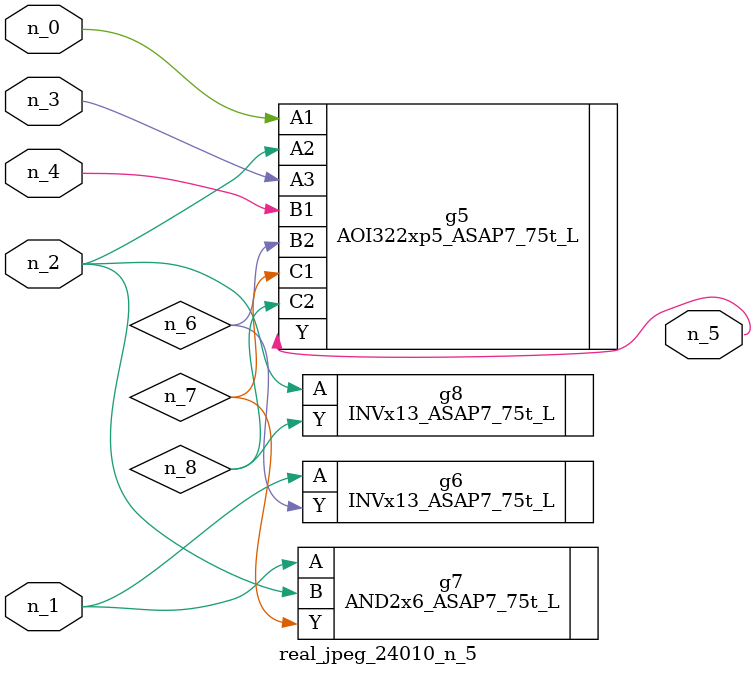
<source format=v>
module real_jpeg_24010_n_5 (n_4, n_0, n_1, n_2, n_3, n_5);

input n_4;
input n_0;
input n_1;
input n_2;
input n_3;

output n_5;

wire n_8;
wire n_6;
wire n_7;

AOI322xp5_ASAP7_75t_L g5 ( 
.A1(n_0),
.A2(n_2),
.A3(n_3),
.B1(n_4),
.B2(n_6),
.C1(n_7),
.C2(n_8),
.Y(n_5)
);

INVx13_ASAP7_75t_L g6 ( 
.A(n_1),
.Y(n_6)
);

AND2x6_ASAP7_75t_L g7 ( 
.A(n_1),
.B(n_2),
.Y(n_7)
);

INVx13_ASAP7_75t_L g8 ( 
.A(n_2),
.Y(n_8)
);


endmodule
</source>
